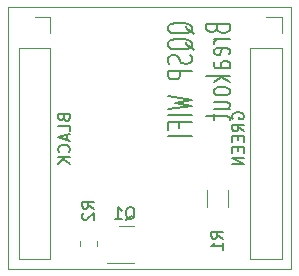
<source format=gbr>
%TF.GenerationSoftware,KiCad,Pcbnew,7.0.10*%
%TF.CreationDate,2024-08-23T10:21:53-04:00*%
%TF.ProjectId,mks_wifi_breakout,6d6b735f-7769-4666-995f-627265616b6f,rev?*%
%TF.SameCoordinates,Original*%
%TF.FileFunction,Legend,Bot*%
%TF.FilePolarity,Positive*%
%FSLAX46Y46*%
G04 Gerber Fmt 4.6, Leading zero omitted, Abs format (unit mm)*
G04 Created by KiCad (PCBNEW 7.0.10) date 2024-08-23 10:21:53*
%MOMM*%
%LPD*%
G01*
G04 APERTURE LIST*
%ADD10C,0.200000*%
%ADD11C,0.150000*%
%ADD12C,0.120000*%
%TA.AperFunction,Profile*%
%ADD13C,0.100000*%
%TD*%
G04 APERTURE END LIST*
D10*
X145559314Y-71919768D02*
X145464076Y-71795958D01*
X145464076Y-71795958D02*
X145273600Y-71672149D01*
X145273600Y-71672149D02*
X144987885Y-71486435D01*
X144987885Y-71486435D02*
X144892647Y-71362625D01*
X144892647Y-71362625D02*
X144892647Y-71238816D01*
X145368838Y-71300720D02*
X145273600Y-71176911D01*
X145273600Y-71176911D02*
X145083123Y-71053101D01*
X145083123Y-71053101D02*
X144702171Y-70991197D01*
X144702171Y-70991197D02*
X144035504Y-70991197D01*
X144035504Y-70991197D02*
X143654552Y-71053101D01*
X143654552Y-71053101D02*
X143464076Y-71176911D01*
X143464076Y-71176911D02*
X143368838Y-71300720D01*
X143368838Y-71300720D02*
X143368838Y-71548339D01*
X143368838Y-71548339D02*
X143464076Y-71672149D01*
X143464076Y-71672149D02*
X143654552Y-71795958D01*
X143654552Y-71795958D02*
X144035504Y-71857863D01*
X144035504Y-71857863D02*
X144702171Y-71857863D01*
X144702171Y-71857863D02*
X145083123Y-71795958D01*
X145083123Y-71795958D02*
X145273600Y-71672149D01*
X145273600Y-71672149D02*
X145368838Y-71548339D01*
X145368838Y-71548339D02*
X145368838Y-71300720D01*
X145559314Y-73281673D02*
X145464076Y-73157863D01*
X145464076Y-73157863D02*
X145273600Y-73034054D01*
X145273600Y-73034054D02*
X144987885Y-72848340D01*
X144987885Y-72848340D02*
X144892647Y-72724530D01*
X144892647Y-72724530D02*
X144892647Y-72600721D01*
X145368838Y-72662625D02*
X145273600Y-72538816D01*
X145273600Y-72538816D02*
X145083123Y-72415006D01*
X145083123Y-72415006D02*
X144702171Y-72353102D01*
X144702171Y-72353102D02*
X144035504Y-72353102D01*
X144035504Y-72353102D02*
X143654552Y-72415006D01*
X143654552Y-72415006D02*
X143464076Y-72538816D01*
X143464076Y-72538816D02*
X143368838Y-72662625D01*
X143368838Y-72662625D02*
X143368838Y-72910244D01*
X143368838Y-72910244D02*
X143464076Y-73034054D01*
X143464076Y-73034054D02*
X143654552Y-73157863D01*
X143654552Y-73157863D02*
X144035504Y-73219768D01*
X144035504Y-73219768D02*
X144702171Y-73219768D01*
X144702171Y-73219768D02*
X145083123Y-73157863D01*
X145083123Y-73157863D02*
X145273600Y-73034054D01*
X145273600Y-73034054D02*
X145368838Y-72910244D01*
X145368838Y-72910244D02*
X145368838Y-72662625D01*
X145273600Y-73715007D02*
X145368838Y-73900721D01*
X145368838Y-73900721D02*
X145368838Y-74210245D01*
X145368838Y-74210245D02*
X145273600Y-74334054D01*
X145273600Y-74334054D02*
X145178361Y-74395959D01*
X145178361Y-74395959D02*
X144987885Y-74457864D01*
X144987885Y-74457864D02*
X144797409Y-74457864D01*
X144797409Y-74457864D02*
X144606933Y-74395959D01*
X144606933Y-74395959D02*
X144511695Y-74334054D01*
X144511695Y-74334054D02*
X144416457Y-74210245D01*
X144416457Y-74210245D02*
X144321219Y-73962626D01*
X144321219Y-73962626D02*
X144225980Y-73838816D01*
X144225980Y-73838816D02*
X144130742Y-73776911D01*
X144130742Y-73776911D02*
X143940266Y-73715007D01*
X143940266Y-73715007D02*
X143749790Y-73715007D01*
X143749790Y-73715007D02*
X143559314Y-73776911D01*
X143559314Y-73776911D02*
X143464076Y-73838816D01*
X143464076Y-73838816D02*
X143368838Y-73962626D01*
X143368838Y-73962626D02*
X143368838Y-74272149D01*
X143368838Y-74272149D02*
X143464076Y-74457864D01*
X145368838Y-75015006D02*
X143368838Y-75015006D01*
X143368838Y-75015006D02*
X143368838Y-75510244D01*
X143368838Y-75510244D02*
X143464076Y-75634054D01*
X143464076Y-75634054D02*
X143559314Y-75695959D01*
X143559314Y-75695959D02*
X143749790Y-75757863D01*
X143749790Y-75757863D02*
X144035504Y-75757863D01*
X144035504Y-75757863D02*
X144225980Y-75695959D01*
X144225980Y-75695959D02*
X144321219Y-75634054D01*
X144321219Y-75634054D02*
X144416457Y-75510244D01*
X144416457Y-75510244D02*
X144416457Y-75015006D01*
X143368838Y-77181673D02*
X145368838Y-77491197D01*
X145368838Y-77491197D02*
X143940266Y-77738816D01*
X143940266Y-77738816D02*
X145368838Y-77986435D01*
X145368838Y-77986435D02*
X143368838Y-78295959D01*
X145368838Y-78791196D02*
X143368838Y-78791196D01*
X144321219Y-79843578D02*
X144321219Y-79410244D01*
X145368838Y-79410244D02*
X143368838Y-79410244D01*
X143368838Y-79410244D02*
X143368838Y-80029292D01*
X145368838Y-80524530D02*
X143368838Y-80524530D01*
X147541219Y-71486435D02*
X147636457Y-71672149D01*
X147636457Y-71672149D02*
X147731695Y-71734054D01*
X147731695Y-71734054D02*
X147922171Y-71795958D01*
X147922171Y-71795958D02*
X148207885Y-71795958D01*
X148207885Y-71795958D02*
X148398361Y-71734054D01*
X148398361Y-71734054D02*
X148493600Y-71672149D01*
X148493600Y-71672149D02*
X148588838Y-71548339D01*
X148588838Y-71548339D02*
X148588838Y-71053101D01*
X148588838Y-71053101D02*
X146588838Y-71053101D01*
X146588838Y-71053101D02*
X146588838Y-71486435D01*
X146588838Y-71486435D02*
X146684076Y-71610244D01*
X146684076Y-71610244D02*
X146779314Y-71672149D01*
X146779314Y-71672149D02*
X146969790Y-71734054D01*
X146969790Y-71734054D02*
X147160266Y-71734054D01*
X147160266Y-71734054D02*
X147350742Y-71672149D01*
X147350742Y-71672149D02*
X147445980Y-71610244D01*
X147445980Y-71610244D02*
X147541219Y-71486435D01*
X147541219Y-71486435D02*
X147541219Y-71053101D01*
X148588838Y-72353101D02*
X147255504Y-72353101D01*
X147636457Y-72353101D02*
X147445980Y-72415006D01*
X147445980Y-72415006D02*
X147350742Y-72476911D01*
X147350742Y-72476911D02*
X147255504Y-72600720D01*
X147255504Y-72600720D02*
X147255504Y-72724530D01*
X148493600Y-73653101D02*
X148588838Y-73529292D01*
X148588838Y-73529292D02*
X148588838Y-73281673D01*
X148588838Y-73281673D02*
X148493600Y-73157863D01*
X148493600Y-73157863D02*
X148303123Y-73095959D01*
X148303123Y-73095959D02*
X147541219Y-73095959D01*
X147541219Y-73095959D02*
X147350742Y-73157863D01*
X147350742Y-73157863D02*
X147255504Y-73281673D01*
X147255504Y-73281673D02*
X147255504Y-73529292D01*
X147255504Y-73529292D02*
X147350742Y-73653101D01*
X147350742Y-73653101D02*
X147541219Y-73715006D01*
X147541219Y-73715006D02*
X147731695Y-73715006D01*
X147731695Y-73715006D02*
X147922171Y-73095959D01*
X148588838Y-74829292D02*
X147541219Y-74829292D01*
X147541219Y-74829292D02*
X147350742Y-74767387D01*
X147350742Y-74767387D02*
X147255504Y-74643578D01*
X147255504Y-74643578D02*
X147255504Y-74395959D01*
X147255504Y-74395959D02*
X147350742Y-74272149D01*
X148493600Y-74829292D02*
X148588838Y-74705483D01*
X148588838Y-74705483D02*
X148588838Y-74395959D01*
X148588838Y-74395959D02*
X148493600Y-74272149D01*
X148493600Y-74272149D02*
X148303123Y-74210245D01*
X148303123Y-74210245D02*
X148112647Y-74210245D01*
X148112647Y-74210245D02*
X147922171Y-74272149D01*
X147922171Y-74272149D02*
X147826933Y-74395959D01*
X147826933Y-74395959D02*
X147826933Y-74705483D01*
X147826933Y-74705483D02*
X147731695Y-74829292D01*
X148588838Y-75448339D02*
X146588838Y-75448339D01*
X147826933Y-75572149D02*
X148588838Y-75943577D01*
X147255504Y-75943577D02*
X148017409Y-75448339D01*
X148588838Y-76686435D02*
X148493600Y-76562625D01*
X148493600Y-76562625D02*
X148398361Y-76500720D01*
X148398361Y-76500720D02*
X148207885Y-76438816D01*
X148207885Y-76438816D02*
X147636457Y-76438816D01*
X147636457Y-76438816D02*
X147445980Y-76500720D01*
X147445980Y-76500720D02*
X147350742Y-76562625D01*
X147350742Y-76562625D02*
X147255504Y-76686435D01*
X147255504Y-76686435D02*
X147255504Y-76872149D01*
X147255504Y-76872149D02*
X147350742Y-76995958D01*
X147350742Y-76995958D02*
X147445980Y-77057863D01*
X147445980Y-77057863D02*
X147636457Y-77119768D01*
X147636457Y-77119768D02*
X148207885Y-77119768D01*
X148207885Y-77119768D02*
X148398361Y-77057863D01*
X148398361Y-77057863D02*
X148493600Y-76995958D01*
X148493600Y-76995958D02*
X148588838Y-76872149D01*
X148588838Y-76872149D02*
X148588838Y-76686435D01*
X147255504Y-78234053D02*
X148588838Y-78234053D01*
X147255504Y-77676910D02*
X148303123Y-77676910D01*
X148303123Y-77676910D02*
X148493600Y-77738815D01*
X148493600Y-77738815D02*
X148588838Y-77862625D01*
X148588838Y-77862625D02*
X148588838Y-78048339D01*
X148588838Y-78048339D02*
X148493600Y-78172148D01*
X148493600Y-78172148D02*
X148398361Y-78234053D01*
X147255504Y-78667386D02*
X147255504Y-79162624D01*
X146588838Y-78853100D02*
X148303123Y-78853100D01*
X148303123Y-78853100D02*
X148493600Y-78915005D01*
X148493600Y-78915005D02*
X148588838Y-79038815D01*
X148588838Y-79038815D02*
X148588838Y-79162624D01*
D11*
X139795238Y-87672057D02*
X139890476Y-87624438D01*
X139890476Y-87624438D02*
X139985714Y-87529200D01*
X139985714Y-87529200D02*
X140128571Y-87386342D01*
X140128571Y-87386342D02*
X140223809Y-87338723D01*
X140223809Y-87338723D02*
X140319047Y-87338723D01*
X140271428Y-87576819D02*
X140366666Y-87529200D01*
X140366666Y-87529200D02*
X140461904Y-87433961D01*
X140461904Y-87433961D02*
X140509523Y-87243485D01*
X140509523Y-87243485D02*
X140509523Y-86910152D01*
X140509523Y-86910152D02*
X140461904Y-86719676D01*
X140461904Y-86719676D02*
X140366666Y-86624438D01*
X140366666Y-86624438D02*
X140271428Y-86576819D01*
X140271428Y-86576819D02*
X140080952Y-86576819D01*
X140080952Y-86576819D02*
X139985714Y-86624438D01*
X139985714Y-86624438D02*
X139890476Y-86719676D01*
X139890476Y-86719676D02*
X139842857Y-86910152D01*
X139842857Y-86910152D02*
X139842857Y-87243485D01*
X139842857Y-87243485D02*
X139890476Y-87433961D01*
X139890476Y-87433961D02*
X139985714Y-87529200D01*
X139985714Y-87529200D02*
X140080952Y-87576819D01*
X140080952Y-87576819D02*
X140271428Y-87576819D01*
X138890476Y-87576819D02*
X139461904Y-87576819D01*
X139176190Y-87576819D02*
X139176190Y-86576819D01*
X139176190Y-86576819D02*
X139271428Y-86719676D01*
X139271428Y-86719676D02*
X139366666Y-86814914D01*
X139366666Y-86814914D02*
X139461904Y-86862533D01*
X134551009Y-79010095D02*
X134598628Y-79152952D01*
X134598628Y-79152952D02*
X134646247Y-79200571D01*
X134646247Y-79200571D02*
X134741485Y-79248190D01*
X134741485Y-79248190D02*
X134884342Y-79248190D01*
X134884342Y-79248190D02*
X134979580Y-79200571D01*
X134979580Y-79200571D02*
X135027200Y-79152952D01*
X135027200Y-79152952D02*
X135074819Y-79057714D01*
X135074819Y-79057714D02*
X135074819Y-78676762D01*
X135074819Y-78676762D02*
X134074819Y-78676762D01*
X134074819Y-78676762D02*
X134074819Y-79010095D01*
X134074819Y-79010095D02*
X134122438Y-79105333D01*
X134122438Y-79105333D02*
X134170057Y-79152952D01*
X134170057Y-79152952D02*
X134265295Y-79200571D01*
X134265295Y-79200571D02*
X134360533Y-79200571D01*
X134360533Y-79200571D02*
X134455771Y-79152952D01*
X134455771Y-79152952D02*
X134503390Y-79105333D01*
X134503390Y-79105333D02*
X134551009Y-79010095D01*
X134551009Y-79010095D02*
X134551009Y-78676762D01*
X135074819Y-80152952D02*
X135074819Y-79676762D01*
X135074819Y-79676762D02*
X134074819Y-79676762D01*
X134789104Y-80438667D02*
X134789104Y-80914857D01*
X135074819Y-80343429D02*
X134074819Y-80676762D01*
X134074819Y-80676762D02*
X135074819Y-81010095D01*
X134979580Y-81914857D02*
X135027200Y-81867238D01*
X135027200Y-81867238D02*
X135074819Y-81724381D01*
X135074819Y-81724381D02*
X135074819Y-81629143D01*
X135074819Y-81629143D02*
X135027200Y-81486286D01*
X135027200Y-81486286D02*
X134931961Y-81391048D01*
X134931961Y-81391048D02*
X134836723Y-81343429D01*
X134836723Y-81343429D02*
X134646247Y-81295810D01*
X134646247Y-81295810D02*
X134503390Y-81295810D01*
X134503390Y-81295810D02*
X134312914Y-81343429D01*
X134312914Y-81343429D02*
X134217676Y-81391048D01*
X134217676Y-81391048D02*
X134122438Y-81486286D01*
X134122438Y-81486286D02*
X134074819Y-81629143D01*
X134074819Y-81629143D02*
X134074819Y-81724381D01*
X134074819Y-81724381D02*
X134122438Y-81867238D01*
X134122438Y-81867238D02*
X134170057Y-81914857D01*
X135074819Y-82343429D02*
X134074819Y-82343429D01*
X135074819Y-82914857D02*
X134503390Y-82486286D01*
X134074819Y-82914857D02*
X134646247Y-82343429D01*
X137106819Y-86701333D02*
X136630628Y-86368000D01*
X137106819Y-86129905D02*
X136106819Y-86129905D01*
X136106819Y-86129905D02*
X136106819Y-86510857D01*
X136106819Y-86510857D02*
X136154438Y-86606095D01*
X136154438Y-86606095D02*
X136202057Y-86653714D01*
X136202057Y-86653714D02*
X136297295Y-86701333D01*
X136297295Y-86701333D02*
X136440152Y-86701333D01*
X136440152Y-86701333D02*
X136535390Y-86653714D01*
X136535390Y-86653714D02*
X136583009Y-86606095D01*
X136583009Y-86606095D02*
X136630628Y-86510857D01*
X136630628Y-86510857D02*
X136630628Y-86129905D01*
X136202057Y-87082286D02*
X136154438Y-87129905D01*
X136154438Y-87129905D02*
X136106819Y-87225143D01*
X136106819Y-87225143D02*
X136106819Y-87463238D01*
X136106819Y-87463238D02*
X136154438Y-87558476D01*
X136154438Y-87558476D02*
X136202057Y-87606095D01*
X136202057Y-87606095D02*
X136297295Y-87653714D01*
X136297295Y-87653714D02*
X136392533Y-87653714D01*
X136392533Y-87653714D02*
X136535390Y-87606095D01*
X136535390Y-87606095D02*
X137106819Y-87034667D01*
X137106819Y-87034667D02*
X137106819Y-87653714D01*
X148028819Y-89241333D02*
X147552628Y-88908000D01*
X148028819Y-88669905D02*
X147028819Y-88669905D01*
X147028819Y-88669905D02*
X147028819Y-89050857D01*
X147028819Y-89050857D02*
X147076438Y-89146095D01*
X147076438Y-89146095D02*
X147124057Y-89193714D01*
X147124057Y-89193714D02*
X147219295Y-89241333D01*
X147219295Y-89241333D02*
X147362152Y-89241333D01*
X147362152Y-89241333D02*
X147457390Y-89193714D01*
X147457390Y-89193714D02*
X147505009Y-89146095D01*
X147505009Y-89146095D02*
X147552628Y-89050857D01*
X147552628Y-89050857D02*
X147552628Y-88669905D01*
X148028819Y-90193714D02*
X148028819Y-89622286D01*
X148028819Y-89908000D02*
X147028819Y-89908000D01*
X147028819Y-89908000D02*
X147171676Y-89812762D01*
X147171676Y-89812762D02*
X147266914Y-89717524D01*
X147266914Y-89717524D02*
X147314533Y-89622286D01*
X148854438Y-79105333D02*
X148806819Y-79010095D01*
X148806819Y-79010095D02*
X148806819Y-78867238D01*
X148806819Y-78867238D02*
X148854438Y-78724381D01*
X148854438Y-78724381D02*
X148949676Y-78629143D01*
X148949676Y-78629143D02*
X149044914Y-78581524D01*
X149044914Y-78581524D02*
X149235390Y-78533905D01*
X149235390Y-78533905D02*
X149378247Y-78533905D01*
X149378247Y-78533905D02*
X149568723Y-78581524D01*
X149568723Y-78581524D02*
X149663961Y-78629143D01*
X149663961Y-78629143D02*
X149759200Y-78724381D01*
X149759200Y-78724381D02*
X149806819Y-78867238D01*
X149806819Y-78867238D02*
X149806819Y-78962476D01*
X149806819Y-78962476D02*
X149759200Y-79105333D01*
X149759200Y-79105333D02*
X149711580Y-79152952D01*
X149711580Y-79152952D02*
X149378247Y-79152952D01*
X149378247Y-79152952D02*
X149378247Y-78962476D01*
X149806819Y-80152952D02*
X149330628Y-79819619D01*
X149806819Y-79581524D02*
X148806819Y-79581524D01*
X148806819Y-79581524D02*
X148806819Y-79962476D01*
X148806819Y-79962476D02*
X148854438Y-80057714D01*
X148854438Y-80057714D02*
X148902057Y-80105333D01*
X148902057Y-80105333D02*
X148997295Y-80152952D01*
X148997295Y-80152952D02*
X149140152Y-80152952D01*
X149140152Y-80152952D02*
X149235390Y-80105333D01*
X149235390Y-80105333D02*
X149283009Y-80057714D01*
X149283009Y-80057714D02*
X149330628Y-79962476D01*
X149330628Y-79962476D02*
X149330628Y-79581524D01*
X149283009Y-80581524D02*
X149283009Y-80914857D01*
X149806819Y-81057714D02*
X149806819Y-80581524D01*
X149806819Y-80581524D02*
X148806819Y-80581524D01*
X148806819Y-80581524D02*
X148806819Y-81057714D01*
X149283009Y-81486286D02*
X149283009Y-81819619D01*
X149806819Y-81962476D02*
X149806819Y-81486286D01*
X149806819Y-81486286D02*
X148806819Y-81486286D01*
X148806819Y-81486286D02*
X148806819Y-81962476D01*
X149806819Y-82391048D02*
X148806819Y-82391048D01*
X148806819Y-82391048D02*
X149806819Y-82962476D01*
X149806819Y-82962476D02*
X148806819Y-82962476D01*
D12*
%TO.C,Q1*%
X139875500Y-88168000D02*
X139225500Y-88168000D01*
X139875500Y-88168000D02*
X140525500Y-88168000D01*
X139875500Y-91288000D02*
X138200500Y-91288000D01*
X139875500Y-91288000D02*
X140525500Y-91288000D01*
%TO.C,BLACK*%
X133410000Y-90960000D02*
X130750000Y-90960000D01*
X133410000Y-73120000D02*
X133410000Y-90960000D01*
X133410000Y-73120000D02*
X130750000Y-73120000D01*
X133410000Y-71850000D02*
X133410000Y-70520000D01*
X133410000Y-70520000D02*
X132080000Y-70520000D01*
X130750000Y-73120000D02*
X130750000Y-90960000D01*
%TO.C,R2*%
X135917000Y-89889064D02*
X135917000Y-89434936D01*
X137387000Y-89889064D02*
X137387000Y-89434936D01*
%TO.C,R1*%
X146664000Y-86579064D02*
X146664000Y-85124936D01*
X148484000Y-86579064D02*
X148484000Y-85124936D01*
%TO.C,GREEN*%
X153010000Y-90960000D02*
X150350000Y-90960000D01*
X153010000Y-73120000D02*
X153010000Y-90960000D01*
X153010000Y-73120000D02*
X150350000Y-73120000D01*
X153010000Y-71850000D02*
X153010000Y-70520000D01*
X153010000Y-70520000D02*
X151680000Y-70520000D01*
X150350000Y-73120000D02*
X150350000Y-90960000D01*
%TD*%
D13*
X129800000Y-69600000D02*
X153800000Y-69600000D01*
X153800000Y-91800000D01*
X129800000Y-91800000D01*
X129800000Y-69600000D01*
M02*

</source>
